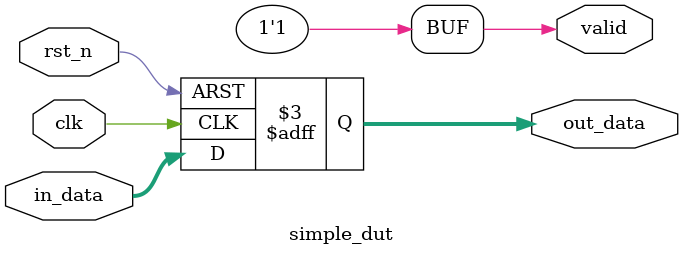
<source format=v>
module simple_dut (
  input clk,
  input rst_n,
  input [7:0] in_data,
  output reg [7:0] out_data,
  output valid
);
  // simple pass-through
  always @(posedge clk or negedge rst_n) begin
    if (!rst_n) out_data <= 0;
    else out_data <= in_data;
  end
  assign valid = 1'b1;
endmodule
</source>
